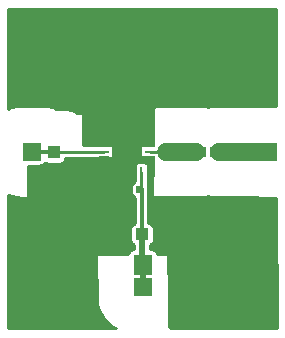
<source format=gbr>
G04 #@! TF.GenerationSoftware,KiCad,Pcbnew,5.1.5+dfsg1-2~bpo9+1*
G04 #@! TF.CreationDate,2020-08-06T18:37:44-04:00*
G04 #@! TF.ProjectId,sig_gen,7369675f-6765-46e2-9e6b-696361645f70,rev?*
G04 #@! TF.SameCoordinates,PX4f27ac0PY57bcf00*
G04 #@! TF.FileFunction,Copper,L1,Top*
G04 #@! TF.FilePolarity,Positive*
%FSLAX46Y46*%
G04 Gerber Fmt 4.6, Leading zero omitted, Abs format (unit mm)*
G04 Created by KiCad (PCBNEW 5.1.5+dfsg1-2~bpo9+1) date 2020-08-06 18:37:44*
%MOMM*%
%LPD*%
G04 APERTURE LIST*
%ADD10R,0.848360X0.899160*%
%ADD11R,1.099820X0.998220*%
%ADD12R,1.597660X1.798320*%
%ADD13R,0.998220X1.099820*%
%ADD14C,0.150000*%
%ADD15R,1.500000X1.500000*%
%ADD16R,2.600000X2.600000*%
%ADD17R,0.300000X0.850000*%
%ADD18R,0.850000X0.300000*%
%ADD19R,0.850000X0.250000*%
%ADD20R,0.250000X0.850000*%
%ADD21C,0.250000*%
%ADD22C,0.500000*%
%ADD23C,0.300000*%
%ADD24C,1.500000*%
%ADD25C,0.254000*%
G04 APERTURE END LIST*
D10*
X16441760Y-12200000D03*
X17600000Y-12200000D03*
D11*
X13148360Y-19200000D03*
X11451640Y-19200000D03*
D12*
X14299540Y-21800000D03*
X11500460Y-21800000D03*
D13*
X4000000Y-13948360D03*
X4000000Y-12251640D03*
G04 #@! TA.AperFunction,SMDPad,CuDef*
D14*
G36*
X12346958Y-15080710D02*
G01*
X12361276Y-15082834D01*
X12375317Y-15086351D01*
X12388946Y-15091228D01*
X12402031Y-15097417D01*
X12414447Y-15104858D01*
X12426073Y-15113481D01*
X12436798Y-15123202D01*
X12446519Y-15133927D01*
X12455142Y-15145553D01*
X12462583Y-15157969D01*
X12468772Y-15171054D01*
X12473649Y-15184683D01*
X12477166Y-15198724D01*
X12479290Y-15213042D01*
X12480000Y-15227500D01*
X12480000Y-15572500D01*
X12479290Y-15586958D01*
X12477166Y-15601276D01*
X12473649Y-15615317D01*
X12468772Y-15628946D01*
X12462583Y-15642031D01*
X12455142Y-15654447D01*
X12446519Y-15666073D01*
X12436798Y-15676798D01*
X12426073Y-15686519D01*
X12414447Y-15695142D01*
X12402031Y-15702583D01*
X12388946Y-15708772D01*
X12375317Y-15713649D01*
X12361276Y-15717166D01*
X12346958Y-15719290D01*
X12332500Y-15720000D01*
X12037500Y-15720000D01*
X12023042Y-15719290D01*
X12008724Y-15717166D01*
X11994683Y-15713649D01*
X11981054Y-15708772D01*
X11967969Y-15702583D01*
X11955553Y-15695142D01*
X11943927Y-15686519D01*
X11933202Y-15676798D01*
X11923481Y-15666073D01*
X11914858Y-15654447D01*
X11907417Y-15642031D01*
X11901228Y-15628946D01*
X11896351Y-15615317D01*
X11892834Y-15601276D01*
X11890710Y-15586958D01*
X11890000Y-15572500D01*
X11890000Y-15227500D01*
X11890710Y-15213042D01*
X11892834Y-15198724D01*
X11896351Y-15184683D01*
X11901228Y-15171054D01*
X11907417Y-15157969D01*
X11914858Y-15145553D01*
X11923481Y-15133927D01*
X11933202Y-15123202D01*
X11943927Y-15113481D01*
X11955553Y-15104858D01*
X11967969Y-15097417D01*
X11981054Y-15091228D01*
X11994683Y-15086351D01*
X12008724Y-15082834D01*
X12023042Y-15080710D01*
X12037500Y-15080000D01*
X12332500Y-15080000D01*
X12346958Y-15080710D01*
G37*
G04 #@! TD.AperFunction*
G04 #@! TA.AperFunction,SMDPad,CuDef*
G36*
X11376958Y-15080710D02*
G01*
X11391276Y-15082834D01*
X11405317Y-15086351D01*
X11418946Y-15091228D01*
X11432031Y-15097417D01*
X11444447Y-15104858D01*
X11456073Y-15113481D01*
X11466798Y-15123202D01*
X11476519Y-15133927D01*
X11485142Y-15145553D01*
X11492583Y-15157969D01*
X11498772Y-15171054D01*
X11503649Y-15184683D01*
X11507166Y-15198724D01*
X11509290Y-15213042D01*
X11510000Y-15227500D01*
X11510000Y-15572500D01*
X11509290Y-15586958D01*
X11507166Y-15601276D01*
X11503649Y-15615317D01*
X11498772Y-15628946D01*
X11492583Y-15642031D01*
X11485142Y-15654447D01*
X11476519Y-15666073D01*
X11466798Y-15676798D01*
X11456073Y-15686519D01*
X11444447Y-15695142D01*
X11432031Y-15702583D01*
X11418946Y-15708772D01*
X11405317Y-15713649D01*
X11391276Y-15717166D01*
X11376958Y-15719290D01*
X11362500Y-15720000D01*
X11067500Y-15720000D01*
X11053042Y-15719290D01*
X11038724Y-15717166D01*
X11024683Y-15713649D01*
X11011054Y-15708772D01*
X10997969Y-15702583D01*
X10985553Y-15695142D01*
X10973927Y-15686519D01*
X10963202Y-15676798D01*
X10953481Y-15666073D01*
X10944858Y-15654447D01*
X10937417Y-15642031D01*
X10931228Y-15628946D01*
X10926351Y-15615317D01*
X10922834Y-15601276D01*
X10920710Y-15586958D01*
X10920000Y-15572500D01*
X10920000Y-15227500D01*
X10920710Y-15213042D01*
X10922834Y-15198724D01*
X10926351Y-15184683D01*
X10931228Y-15171054D01*
X10937417Y-15157969D01*
X10944858Y-15145553D01*
X10953481Y-15133927D01*
X10963202Y-15123202D01*
X10973927Y-15113481D01*
X10985553Y-15104858D01*
X10997969Y-15097417D01*
X11011054Y-15091228D01*
X11024683Y-15086351D01*
X11038724Y-15082834D01*
X11053042Y-15080710D01*
X11067500Y-15080000D01*
X11362500Y-15080000D01*
X11376958Y-15080710D01*
G37*
G04 #@! TD.AperFunction*
D15*
X2100000Y-12200000D03*
X11500000Y-23700000D03*
X22100000Y-12200000D03*
D16*
X10151840Y-11949780D03*
D17*
X8901840Y-9999780D03*
X9401840Y-9999780D03*
X9901840Y-9999780D03*
X10401840Y-9999780D03*
X10901840Y-9999780D03*
X11401840Y-9999780D03*
D18*
X12101840Y-10699780D03*
X12101840Y-11199780D03*
D19*
X12101840Y-11699780D03*
X12101840Y-12199780D03*
X12101840Y-12699780D03*
D18*
X12101840Y-13199780D03*
D20*
X11401840Y-13899780D03*
X10901840Y-13899780D03*
D17*
X10401840Y-13899780D03*
X9901840Y-13899780D03*
X9401840Y-13899780D03*
X8901840Y-13899780D03*
D18*
X8201840Y-13199780D03*
D19*
X8201840Y-12699780D03*
X8201840Y-12199780D03*
X8201840Y-11699780D03*
D18*
X8201840Y-11199780D03*
X8201840Y-10699780D03*
D21*
X10901840Y-12699780D02*
X10151840Y-11949780D01*
X12101840Y-12699780D02*
X10901840Y-12699780D01*
X12101840Y-12699780D02*
X9849999Y-12699780D01*
X9849999Y-12699780D02*
X9400000Y-13149779D01*
D22*
X14299540Y-21800000D02*
X15598370Y-21800000D01*
X15598370Y-21800000D02*
X20600000Y-21800000D01*
X10151840Y-11351840D02*
X10151840Y-11949780D01*
X10151840Y-11949780D02*
X10151840Y-10749780D01*
X9901840Y-10499780D02*
X9901840Y-9999780D01*
X10151840Y-10749780D02*
X9901840Y-10499780D01*
D23*
X11401840Y-15386840D02*
X11415000Y-15400000D01*
D21*
X11401840Y-13899780D02*
X11401840Y-15386840D01*
D23*
X11415000Y-19163360D02*
X11451640Y-19200000D01*
X11415000Y-15400000D02*
X11415000Y-19163360D01*
D22*
X11451640Y-21751180D02*
X11500460Y-21800000D01*
X11451640Y-19200000D02*
X11451640Y-21751180D01*
X11500460Y-23699540D02*
X11500000Y-23700000D01*
X11500460Y-21800000D02*
X11500460Y-23699540D01*
D23*
X2151640Y-12251640D02*
X2100000Y-12200000D01*
X4000000Y-12251640D02*
X2151640Y-12251640D01*
D21*
X4051860Y-12199780D02*
X4000000Y-12251640D01*
X8201840Y-12199780D02*
X4051860Y-12199780D01*
X12101840Y-12199780D02*
X12826840Y-12199780D01*
D23*
X12827060Y-12200000D02*
X12826840Y-12199780D01*
D24*
X16000000Y-12200000D02*
X13479120Y-12200000D01*
X22100000Y-12200000D02*
X18000000Y-12200000D01*
D25*
G36*
X7776840Y-15491910D02*
G01*
X7777870Y-15491910D01*
X7777870Y-15572500D01*
X7841079Y-16214275D01*
X8028278Y-16831387D01*
X8138000Y-17036663D01*
X8138000Y-17237986D01*
X7998780Y-17498449D01*
X7819975Y-18087891D01*
X7759600Y-18700890D01*
X7759600Y-19699110D01*
X7769126Y-19795827D01*
X7619875Y-20287841D01*
X7559500Y-20900840D01*
X7559500Y-22699160D01*
X7607870Y-23190270D01*
X7607870Y-24450000D01*
X7668245Y-25062999D01*
X7847050Y-25652441D01*
X8137414Y-26195674D01*
X8528179Y-26671821D01*
X9004326Y-27062586D01*
X9210896Y-27173000D01*
X127000Y-27173000D01*
X127000Y-15841961D01*
X147559Y-15852950D01*
X737001Y-16031755D01*
X1350000Y-16092130D01*
X2850000Y-16092130D01*
X3462999Y-16031755D01*
X3753344Y-15943680D01*
X4499110Y-15943680D01*
X5112109Y-15883305D01*
X5701551Y-15704500D01*
X6127585Y-15476780D01*
X7623222Y-15476780D01*
X7776840Y-15491910D01*
G37*
X7776840Y-15491910D02*
X7777870Y-15491910D01*
X7777870Y-15572500D01*
X7841079Y-16214275D01*
X8028278Y-16831387D01*
X8138000Y-17036663D01*
X8138000Y-17237986D01*
X7998780Y-17498449D01*
X7819975Y-18087891D01*
X7759600Y-18700890D01*
X7759600Y-19699110D01*
X7769126Y-19795827D01*
X7619875Y-20287841D01*
X7559500Y-20900840D01*
X7559500Y-22699160D01*
X7607870Y-23190270D01*
X7607870Y-24450000D01*
X7668245Y-25062999D01*
X7847050Y-25652441D01*
X8137414Y-26195674D01*
X8528179Y-26671821D01*
X9004326Y-27062586D01*
X9210896Y-27173000D01*
X127000Y-27173000D01*
X127000Y-15841961D01*
X147559Y-15852950D01*
X737001Y-16031755D01*
X1350000Y-16092130D01*
X2850000Y-16092130D01*
X3462999Y-16031755D01*
X3753344Y-15943680D01*
X4499110Y-15943680D01*
X5112109Y-15883305D01*
X5701551Y-15704500D01*
X6127585Y-15476780D01*
X7623222Y-15476780D01*
X7776840Y-15491910D01*
G36*
X17239975Y-16020903D02*
G01*
X17809537Y-16077000D01*
X21196382Y-16077000D01*
X21350000Y-16092130D01*
X22831945Y-16092130D01*
X22872534Y-27173000D01*
X13789104Y-27173000D01*
X13995674Y-27062586D01*
X14471821Y-26671821D01*
X14862586Y-26195674D01*
X15152950Y-25652441D01*
X15331755Y-25062999D01*
X15392130Y-24450000D01*
X15392130Y-23199611D01*
X15441420Y-22699160D01*
X15441420Y-20900840D01*
X15381045Y-20287841D01*
X15202240Y-19698399D01*
X15143680Y-19588841D01*
X15143680Y-18700890D01*
X15083305Y-18087891D01*
X14904500Y-17498449D01*
X14692000Y-17100889D01*
X14692000Y-16077000D01*
X16190463Y-16077000D01*
X16760025Y-16020903D01*
X17000000Y-15948107D01*
X17239975Y-16020903D01*
G37*
X17239975Y-16020903D02*
X17809537Y-16077000D01*
X21196382Y-16077000D01*
X21350000Y-16092130D01*
X22831945Y-16092130D01*
X22872534Y-27173000D01*
X13789104Y-27173000D01*
X13995674Y-27062586D01*
X14471821Y-26671821D01*
X14862586Y-26195674D01*
X15152950Y-25652441D01*
X15331755Y-25062999D01*
X15392130Y-24450000D01*
X15392130Y-23199611D01*
X15441420Y-22699160D01*
X15441420Y-20900840D01*
X15381045Y-20287841D01*
X15202240Y-19698399D01*
X15143680Y-19588841D01*
X15143680Y-18700890D01*
X15083305Y-18087891D01*
X14904500Y-17498449D01*
X14692000Y-17100889D01*
X14692000Y-16077000D01*
X16190463Y-16077000D01*
X16760025Y-16020903D01*
X17000000Y-15948107D01*
X17239975Y-16020903D01*
G36*
X22803431Y-8307870D02*
G01*
X21350000Y-8307870D01*
X21196382Y-8323000D01*
X17809537Y-8323000D01*
X17239975Y-8379097D01*
X17000000Y-8451893D01*
X16760025Y-8379097D01*
X16190463Y-8323000D01*
X13288657Y-8323000D01*
X12719095Y-8379097D01*
X11988278Y-8600788D01*
X11354848Y-8939363D01*
X11063841Y-8968025D01*
X10474399Y-9146830D01*
X10151840Y-9319241D01*
X9829281Y-9146830D01*
X9239839Y-8968025D01*
X8626840Y-8907650D01*
X7776840Y-8907650D01*
X7623222Y-8922780D01*
X5933539Y-8922780D01*
X5701551Y-8798780D01*
X5112109Y-8619975D01*
X4499110Y-8559600D01*
X4075920Y-8559600D01*
X4052441Y-8547050D01*
X3462999Y-8368245D01*
X2850000Y-8307870D01*
X1350000Y-8307870D01*
X737001Y-8368245D01*
X147559Y-8547050D01*
X127000Y-8558039D01*
X127000Y-127000D01*
X22773464Y-127000D01*
X22803431Y-8307870D01*
G37*
X22803431Y-8307870D02*
X21350000Y-8307870D01*
X21196382Y-8323000D01*
X17809537Y-8323000D01*
X17239975Y-8379097D01*
X17000000Y-8451893D01*
X16760025Y-8379097D01*
X16190463Y-8323000D01*
X13288657Y-8323000D01*
X12719095Y-8379097D01*
X11988278Y-8600788D01*
X11354848Y-8939363D01*
X11063841Y-8968025D01*
X10474399Y-9146830D01*
X10151840Y-9319241D01*
X9829281Y-9146830D01*
X9239839Y-8968025D01*
X8626840Y-8907650D01*
X7776840Y-8907650D01*
X7623222Y-8922780D01*
X5933539Y-8922780D01*
X5701551Y-8798780D01*
X5112109Y-8619975D01*
X4499110Y-8559600D01*
X4075920Y-8559600D01*
X4052441Y-8547050D01*
X3462999Y-8368245D01*
X2850000Y-8307870D01*
X1350000Y-8307870D01*
X737001Y-8368245D01*
X147559Y-8547050D01*
X127000Y-8558039D01*
X127000Y-127000D01*
X22773464Y-127000D01*
X22803431Y-8307870D01*
G36*
X18674330Y-27073000D02*
G01*
X13727000Y-27073000D01*
X13727000Y-17827000D01*
X18771656Y-17827000D01*
X18674330Y-27073000D01*
G37*
X18674330Y-27073000D02*
X13727000Y-27073000D01*
X13727000Y-17827000D01*
X18771656Y-17827000D01*
X18674330Y-27073000D01*
G36*
X11512644Y-12746185D02*
G01*
X11593133Y-12770602D01*
X11676840Y-12778846D01*
X12370276Y-12778846D01*
X12323015Y-15898076D01*
X12325079Y-15922887D01*
X12331944Y-15946818D01*
X12343347Y-15968950D01*
X12358847Y-15988432D01*
X12377851Y-16004516D01*
X12399627Y-16016583D01*
X12423339Y-16024170D01*
X12450000Y-16027000D01*
X16049239Y-16027000D01*
X16096749Y-20873000D01*
X12725614Y-20873000D01*
X12720112Y-20817133D01*
X12695695Y-20736644D01*
X12656045Y-20662464D01*
X12602685Y-20597445D01*
X12537666Y-20544085D01*
X12463486Y-20504435D01*
X12382997Y-20480018D01*
X12299290Y-20471774D01*
X12128640Y-20471774D01*
X12128640Y-20106771D01*
X12165746Y-20095515D01*
X12239926Y-20055865D01*
X12304945Y-20002505D01*
X12358305Y-19937486D01*
X12397955Y-19863306D01*
X12422372Y-19782817D01*
X12430616Y-19699110D01*
X12430616Y-18700890D01*
X12422372Y-18617183D01*
X12397955Y-18536694D01*
X12358305Y-18462514D01*
X12304945Y-18397495D01*
X12239926Y-18344135D01*
X12165746Y-18304485D01*
X12085257Y-18280068D01*
X12001550Y-18271824D01*
X11992000Y-18271824D01*
X11992000Y-15428328D01*
X11994790Y-15399999D01*
X11992000Y-15371671D01*
X11992000Y-15371664D01*
X11983650Y-15286888D01*
X11978840Y-15271031D01*
X11978840Y-14345758D01*
X11980906Y-14324780D01*
X11980906Y-13474780D01*
X11972662Y-13391073D01*
X11948245Y-13310584D01*
X11908595Y-13236404D01*
X11855235Y-13171385D01*
X11790216Y-13118025D01*
X11716036Y-13078375D01*
X11635547Y-13053958D01*
X11551840Y-13045714D01*
X11251840Y-13045714D01*
X11168133Y-13053958D01*
X11087644Y-13078375D01*
X11013464Y-13118025D01*
X10948445Y-13171385D01*
X10895085Y-13236404D01*
X10855435Y-13310584D01*
X10831018Y-13391073D01*
X10822774Y-13474780D01*
X10822774Y-14324780D01*
X10824840Y-14345761D01*
X10824841Y-14706591D01*
X10747177Y-14748103D01*
X10659806Y-14819806D01*
X10588103Y-14907177D01*
X10534822Y-15006858D01*
X10502013Y-15115018D01*
X10490934Y-15227500D01*
X10490934Y-15572500D01*
X10502013Y-15684982D01*
X10534822Y-15793142D01*
X10588103Y-15892823D01*
X10659806Y-15980194D01*
X10747177Y-16051897D01*
X10838000Y-16100443D01*
X10838001Y-18278100D01*
X10818023Y-18280068D01*
X10737534Y-18304485D01*
X10663354Y-18344135D01*
X10598335Y-18397495D01*
X10544975Y-18462514D01*
X10505325Y-18536694D01*
X10480908Y-18617183D01*
X10472664Y-18700890D01*
X10472664Y-19699110D01*
X10480908Y-19782817D01*
X10505325Y-19863306D01*
X10544975Y-19937486D01*
X10598335Y-20002505D01*
X10663354Y-20055865D01*
X10737534Y-20095515D01*
X10774640Y-20106772D01*
X10774640Y-20471774D01*
X10701630Y-20471774D01*
X10617923Y-20480018D01*
X10537434Y-20504435D01*
X10463254Y-20544085D01*
X10398235Y-20597445D01*
X10344875Y-20662464D01*
X10305225Y-20736644D01*
X10280808Y-20817133D01*
X10275306Y-20873000D01*
X1827000Y-20873000D01*
X1827000Y-13379066D01*
X2850000Y-13379066D01*
X2933707Y-13370822D01*
X3014196Y-13346405D01*
X3088376Y-13306755D01*
X3153395Y-13253395D01*
X3206755Y-13188376D01*
X3234929Y-13135666D01*
X3262514Y-13158305D01*
X3336694Y-13197955D01*
X3417183Y-13222372D01*
X3500890Y-13230616D01*
X4499110Y-13230616D01*
X4582817Y-13222372D01*
X4663306Y-13197955D01*
X4737486Y-13158305D01*
X4802505Y-13104945D01*
X4855865Y-13039926D01*
X4895515Y-12965746D01*
X4919932Y-12885257D01*
X4928176Y-12801550D01*
X4928176Y-12776780D01*
X7755862Y-12776780D01*
X7776840Y-12778846D01*
X8626840Y-12778846D01*
X8710547Y-12770602D01*
X8791036Y-12746185D01*
X8826929Y-12727000D01*
X11476751Y-12727000D01*
X11512644Y-12746185D01*
G37*
X11512644Y-12746185D02*
X11593133Y-12770602D01*
X11676840Y-12778846D01*
X12370276Y-12778846D01*
X12323015Y-15898076D01*
X12325079Y-15922887D01*
X12331944Y-15946818D01*
X12343347Y-15968950D01*
X12358847Y-15988432D01*
X12377851Y-16004516D01*
X12399627Y-16016583D01*
X12423339Y-16024170D01*
X12450000Y-16027000D01*
X16049239Y-16027000D01*
X16096749Y-20873000D01*
X12725614Y-20873000D01*
X12720112Y-20817133D01*
X12695695Y-20736644D01*
X12656045Y-20662464D01*
X12602685Y-20597445D01*
X12537666Y-20544085D01*
X12463486Y-20504435D01*
X12382997Y-20480018D01*
X12299290Y-20471774D01*
X12128640Y-20471774D01*
X12128640Y-20106771D01*
X12165746Y-20095515D01*
X12239926Y-20055865D01*
X12304945Y-20002505D01*
X12358305Y-19937486D01*
X12397955Y-19863306D01*
X12422372Y-19782817D01*
X12430616Y-19699110D01*
X12430616Y-18700890D01*
X12422372Y-18617183D01*
X12397955Y-18536694D01*
X12358305Y-18462514D01*
X12304945Y-18397495D01*
X12239926Y-18344135D01*
X12165746Y-18304485D01*
X12085257Y-18280068D01*
X12001550Y-18271824D01*
X11992000Y-18271824D01*
X11992000Y-15428328D01*
X11994790Y-15399999D01*
X11992000Y-15371671D01*
X11992000Y-15371664D01*
X11983650Y-15286888D01*
X11978840Y-15271031D01*
X11978840Y-14345758D01*
X11980906Y-14324780D01*
X11980906Y-13474780D01*
X11972662Y-13391073D01*
X11948245Y-13310584D01*
X11908595Y-13236404D01*
X11855235Y-13171385D01*
X11790216Y-13118025D01*
X11716036Y-13078375D01*
X11635547Y-13053958D01*
X11551840Y-13045714D01*
X11251840Y-13045714D01*
X11168133Y-13053958D01*
X11087644Y-13078375D01*
X11013464Y-13118025D01*
X10948445Y-13171385D01*
X10895085Y-13236404D01*
X10855435Y-13310584D01*
X10831018Y-13391073D01*
X10822774Y-13474780D01*
X10822774Y-14324780D01*
X10824840Y-14345761D01*
X10824841Y-14706591D01*
X10747177Y-14748103D01*
X10659806Y-14819806D01*
X10588103Y-14907177D01*
X10534822Y-15006858D01*
X10502013Y-15115018D01*
X10490934Y-15227500D01*
X10490934Y-15572500D01*
X10502013Y-15684982D01*
X10534822Y-15793142D01*
X10588103Y-15892823D01*
X10659806Y-15980194D01*
X10747177Y-16051897D01*
X10838000Y-16100443D01*
X10838001Y-18278100D01*
X10818023Y-18280068D01*
X10737534Y-18304485D01*
X10663354Y-18344135D01*
X10598335Y-18397495D01*
X10544975Y-18462514D01*
X10505325Y-18536694D01*
X10480908Y-18617183D01*
X10472664Y-18700890D01*
X10472664Y-19699110D01*
X10480908Y-19782817D01*
X10505325Y-19863306D01*
X10544975Y-19937486D01*
X10598335Y-20002505D01*
X10663354Y-20055865D01*
X10737534Y-20095515D01*
X10774640Y-20106772D01*
X10774640Y-20471774D01*
X10701630Y-20471774D01*
X10617923Y-20480018D01*
X10537434Y-20504435D01*
X10463254Y-20544085D01*
X10398235Y-20597445D01*
X10344875Y-20662464D01*
X10305225Y-20736644D01*
X10280808Y-20817133D01*
X10275306Y-20873000D01*
X1827000Y-20873000D01*
X1827000Y-13379066D01*
X2850000Y-13379066D01*
X2933707Y-13370822D01*
X3014196Y-13346405D01*
X3088376Y-13306755D01*
X3153395Y-13253395D01*
X3206755Y-13188376D01*
X3234929Y-13135666D01*
X3262514Y-13158305D01*
X3336694Y-13197955D01*
X3417183Y-13222372D01*
X3500890Y-13230616D01*
X4499110Y-13230616D01*
X4582817Y-13222372D01*
X4663306Y-13197955D01*
X4737486Y-13158305D01*
X4802505Y-13104945D01*
X4855865Y-13039926D01*
X4895515Y-12965746D01*
X4919932Y-12885257D01*
X4928176Y-12801550D01*
X4928176Y-12776780D01*
X7755862Y-12776780D01*
X7776840Y-12778846D01*
X8626840Y-12778846D01*
X8710547Y-12770602D01*
X8791036Y-12746185D01*
X8826929Y-12727000D01*
X11476751Y-12727000D01*
X11512644Y-12746185D01*
G36*
X12373000Y-11673000D02*
G01*
X6427000Y-11673000D01*
X6427000Y-5727000D01*
X12373000Y-5727000D01*
X12373000Y-11673000D01*
G37*
X12373000Y-11673000D02*
X6427000Y-11673000D01*
X6427000Y-5727000D01*
X12373000Y-5727000D01*
X12373000Y-11673000D01*
M02*

</source>
